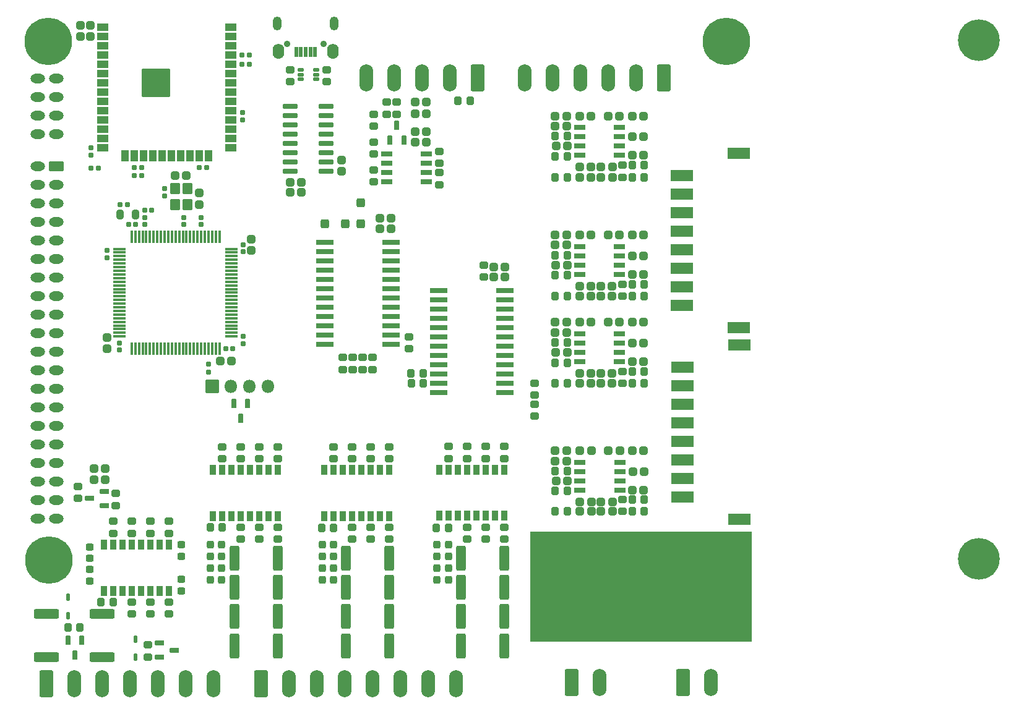
<source format=gbr>
%TF.GenerationSoftware,KiCad,Pcbnew,8.0.4*%
%TF.CreationDate,2024-10-07T12:30:42+07:00*%
%TF.ProjectId,System_Control,53797374-656d-45f4-936f-6e74726f6c2e,rev?*%
%TF.SameCoordinates,Original*%
%TF.FileFunction,Soldermask,Top*%
%TF.FilePolarity,Negative*%
%FSLAX46Y46*%
G04 Gerber Fmt 4.6, Leading zero omitted, Abs format (unit mm)*
G04 Created by KiCad (PCBNEW 8.0.4) date 2024-10-07 12:30:42*
%MOMM*%
%LPD*%
G01*
G04 APERTURE LIST*
G04 Aperture macros list*
%AMRoundRect*
0 Rectangle with rounded corners*
0 $1 Rounding radius*
0 $2 $3 $4 $5 $6 $7 $8 $9 X,Y pos of 4 corners*
0 Add a 4 corners polygon primitive as box body*
4,1,4,$2,$3,$4,$5,$6,$7,$8,$9,$2,$3,0*
0 Add four circle primitives for the rounded corners*
1,1,$1+$1,$2,$3*
1,1,$1+$1,$4,$5*
1,1,$1+$1,$6,$7*
1,1,$1+$1,$8,$9*
0 Add four rect primitives between the rounded corners*
20,1,$1+$1,$2,$3,$4,$5,0*
20,1,$1+$1,$4,$5,$6,$7,0*
20,1,$1+$1,$6,$7,$8,$9,0*
20,1,$1+$1,$8,$9,$2,$3,0*%
G04 Aperture macros list end*
%ADD10C,0.025400*%
%ADD11RoundRect,0.251000X-0.326000X0.251000X-0.326000X-0.251000X0.326000X-0.251000X0.326000X0.251000X0*%
%ADD12RoundRect,0.276000X0.276000X0.301000X-0.276000X0.301000X-0.276000X-0.301000X0.276000X-0.301000X0*%
%ADD13RoundRect,0.251000X0.251000X0.326000X-0.251000X0.326000X-0.251000X-0.326000X0.251000X-0.326000X0*%
%ADD14RoundRect,0.244150X0.244150X0.281650X-0.244150X0.281650X-0.244150X-0.281650X0.244150X-0.281650X0*%
%ADD15RoundRect,0.165400X-0.195400X0.165400X-0.195400X-0.165400X0.195400X-0.165400X0.195400X0.165400X0*%
%ADD16RoundRect,0.160400X-0.160400X-0.210400X0.160400X-0.210400X0.160400X0.210400X-0.160400X0.210400X0*%
%ADD17RoundRect,0.276000X-0.276000X-0.301000X0.276000X-0.301000X0.276000X0.301000X-0.276000X0.301000X0*%
%ADD18RoundRect,0.276000X-0.301000X0.276000X-0.301000X-0.276000X0.301000X-0.276000X0.301000X0.276000X0*%
%ADD19RoundRect,0.251000X-0.251000X-0.326000X0.251000X-0.326000X0.251000X0.326000X-0.251000X0.326000X0*%
%ADD20RoundRect,0.276000X0.301000X-0.276000X0.301000X0.276000X-0.301000X0.276000X-0.301000X-0.276000X0*%
%ADD21RoundRect,0.050800X-0.730250X-0.266700X0.730250X-0.266700X0.730250X0.266700X-0.730250X0.266700X0*%
%ADD22O,0.901600X0.901600*%
%ADD23RoundRect,0.050800X0.225000X0.650000X-0.225000X0.650000X-0.225000X-0.650000X0.225000X-0.650000X0*%
%ADD24O,1.251600X1.901600*%
%ADD25O,1.551600X2.101600*%
%ADD26RoundRect,0.050800X1.500000X-0.700000X1.500000X0.700000X-1.500000X0.700000X-1.500000X-0.700000X0*%
%ADD27RoundRect,0.050800X1.500000X-0.750000X1.500000X0.750000X-1.500000X0.750000X-1.500000X-0.750000X0*%
%ADD28RoundRect,0.244150X-0.281650X0.244150X-0.281650X-0.244150X0.281650X-0.244150X0.281650X0.244150X0*%
%ADD29RoundRect,0.165400X-0.165400X-0.195400X0.165400X-0.195400X0.165400X0.195400X-0.165400X0.195400X0*%
%ADD30RoundRect,0.251000X0.326000X-0.251000X0.326000X0.251000X-0.326000X0.251000X-0.326000X-0.251000X0*%
%ADD31RoundRect,0.100400X-0.100400X0.750400X-0.100400X-0.750400X0.100400X-0.750400X0.100400X0.750400X0*%
%ADD32RoundRect,0.100400X-0.750400X0.100400X-0.750400X-0.100400X0.750400X-0.100400X0.750400X0.100400X0*%
%ADD33RoundRect,0.273091X-0.327709X-0.327709X0.327709X-0.327709X0.327709X0.327709X-0.327709X0.327709X0*%
%ADD34RoundRect,0.270735X-0.392565X-1.455065X0.392565X-1.455065X0.392565X1.455065X-0.392565X1.455065X0*%
%ADD35RoundRect,0.160400X0.210400X-0.160400X0.210400X0.160400X-0.210400X0.160400X-0.210400X-0.160400X0*%
%ADD36RoundRect,0.165400X0.195400X-0.165400X0.195400X0.165400X-0.195400X0.165400X-0.195400X-0.165400X0*%
%ADD37RoundRect,0.264111X0.686689X1.586689X-0.686689X1.586689X-0.686689X-1.586689X0.686689X-1.586689X0*%
%ADD38O,1.901600X3.701600*%
%ADD39RoundRect,0.050800X0.177800X0.457200X-0.177800X0.457200X-0.177800X-0.457200X0.177800X-0.457200X0*%
%ADD40RoundRect,0.050800X-0.368300X-0.177800X0.368300X-0.177800X0.368300X0.177800X-0.368300X0.177800X0*%
%ADD41RoundRect,0.050800X-0.406400X0.596900X-0.406400X-0.596900X0.406400X-0.596900X0.406400X0.596900X0*%
%ADD42RoundRect,0.244150X0.281650X-0.244150X0.281650X0.244150X-0.281650X0.244150X-0.281650X-0.244150X0*%
%ADD43RoundRect,0.160400X-0.210400X0.160400X-0.210400X-0.160400X0.210400X-0.160400X0.210400X0.160400X0*%
%ADD44RoundRect,0.264111X-0.686689X-1.586689X0.686689X-1.586689X0.686689X1.586689X-0.686689X1.586689X0*%
%ADD45C,0.901600*%
%ADD46C,6.501600*%
%ADD47RoundRect,0.050800X-0.750000X-0.450000X0.750000X-0.450000X0.750000X0.450000X-0.750000X0.450000X0*%
%ADD48RoundRect,0.050800X0.450000X-0.750000X0.450000X0.750000X-0.450000X0.750000X-0.450000X-0.750000X0*%
%ADD49C,0.701600*%
%ADD50RoundRect,0.050800X-1.900000X-1.900000X1.900000X-1.900000X1.900000X1.900000X-1.900000X1.900000X0*%
%ADD51RoundRect,0.050800X-0.266700X-0.584200X0.266700X-0.584200X0.266700X0.584200X-0.266700X0.584200X0*%
%ADD52RoundRect,0.050800X-0.584200X0.266700X-0.584200X-0.266700X0.584200X-0.266700X0.584200X0.266700X0*%
%ADD53RoundRect,0.050800X-0.600000X0.700000X-0.600000X-0.700000X0.600000X-0.700000X0.600000X0.700000X0*%
%ADD54RoundRect,0.165400X0.165400X0.195400X-0.165400X0.195400X-0.165400X-0.195400X0.165400X-0.195400X0*%
%ADD55RoundRect,0.050800X-1.155700X-0.279400X1.155700X-0.279400X1.155700X0.279400X-1.155700X0.279400X0*%
%ADD56RoundRect,0.270735X-1.455065X0.392565X-1.455065X-0.392565X1.455065X-0.392565X1.455065X0.392565X0*%
%ADD57RoundRect,0.160400X0.160400X0.210400X-0.160400X0.210400X-0.160400X-0.210400X0.160400X-0.210400X0*%
%ADD58RoundRect,0.050800X0.266700X0.584200X-0.266700X0.584200X-0.266700X-0.584200X0.266700X-0.584200X0*%
%ADD59RoundRect,0.273091X-0.327709X0.327709X-0.327709X-0.327709X0.327709X-0.327709X0.327709X0.327709X0*%
%ADD60RoundRect,0.244150X-0.244150X-0.406650X0.244150X-0.406650X0.244150X0.406650X-0.244150X0.406650X0*%
%ADD61RoundRect,0.050800X0.584200X-0.266700X0.584200X0.266700X-0.584200X0.266700X-0.584200X-0.266700X0*%
%ADD62RoundRect,0.175400X0.850400X0.175400X-0.850400X0.175400X-0.850400X-0.175400X0.850400X-0.175400X0*%
%ADD63C,3.701600*%
%ADD64C,5.701600*%
%ADD65RoundRect,0.050800X0.950000X0.600000X-0.950000X0.600000X-0.950000X-0.600000X0.950000X-0.600000X0*%
%ADD66O,2.001600X1.301600*%
%ADD67RoundRect,0.050800X-0.850000X0.850000X-0.850000X-0.850000X0.850000X-0.850000X0.850000X0.850000X0*%
%ADD68O,1.801600X1.801600*%
G04 APERTURE END LIST*
D10*
X221610200Y-160232200D02*
X251824800Y-160232200D01*
X251824800Y-175232200D01*
X221610200Y-175232200D01*
X221610200Y-160232200D01*
G36*
X221610200Y-160232200D02*
G01*
X251824800Y-160232200D01*
X251824800Y-175232200D01*
X221610200Y-175232200D01*
X221610200Y-160232200D01*
G37*
D11*
%TO.C,R172*%
X169588600Y-169879400D03*
X169588600Y-171529400D03*
%TD*%
D12*
%TO.C,C75*%
X229941700Y-157496000D03*
X228391700Y-157496000D03*
%TD*%
D11*
%TO.C,R177*%
X202317400Y-159643200D03*
X202317400Y-161293200D03*
%TD*%
D13*
%TO.C,R127*%
X210393600Y-159731200D03*
X208743600Y-159731200D03*
%TD*%
%TO.C,R128*%
X179457400Y-159643200D03*
X177807400Y-159643200D03*
%TD*%
D11*
%TO.C,R120*%
X215473600Y-148600600D03*
X215473600Y-150250600D03*
%TD*%
D14*
%TO.C,D17*%
X179382400Y-163650198D03*
X177807400Y-163650198D03*
%TD*%
D15*
%TO.C,C28*%
X168806600Y-117214200D03*
X168806600Y-118174200D03*
%TD*%
D12*
%TO.C,C95*%
X226551200Y-132959600D03*
X225001200Y-132959600D03*
%TD*%
D11*
%TO.C,R125*%
X181997400Y-148619600D03*
X181997400Y-150269600D03*
%TD*%
D13*
%TO.C,R168*%
X159964399Y-173371000D03*
X158314399Y-173371000D03*
%TD*%
D11*
%TO.C,R85*%
X234188950Y-110049800D03*
X234188950Y-111699800D03*
%TD*%
D16*
%TO.C,R11*%
X182150300Y-96282000D03*
X183170300Y-96282000D03*
%TD*%
D11*
%TO.C,R126*%
X179457400Y-148619600D03*
X179457400Y-150269600D03*
%TD*%
D17*
%TO.C,C155*%
X200995400Y-117350400D03*
X202545400Y-117350400D03*
%TD*%
D13*
%TO.C,R55*%
X237191200Y-126356600D03*
X235541200Y-126356600D03*
%TD*%
%TO.C,R68*%
X226656950Y-111699800D03*
X225006950Y-111699800D03*
%TD*%
D12*
%TO.C,C91*%
X226551200Y-131537200D03*
X225001200Y-131537200D03*
%TD*%
D17*
%TO.C,C40*%
X205828350Y-105451400D03*
X207378350Y-105451400D03*
%TD*%
D12*
%TO.C,C63*%
X229941700Y-149139400D03*
X228391700Y-149139400D03*
%TD*%
D11*
%TO.C,R166*%
X167048600Y-169879400D03*
X167048600Y-171529400D03*
%TD*%
D13*
%TO.C,R77*%
X237191200Y-138320000D03*
X235541200Y-138320000D03*
%TD*%
D18*
%TO.C,C13*%
X195738800Y-109380600D03*
X195738800Y-110930600D03*
%TD*%
D19*
%TO.C,R65*%
X225001200Y-137111600D03*
X226651200Y-137111600D03*
%TD*%
D14*
%TO.C,D38*%
X194697400Y-165244664D03*
X193122400Y-165244664D03*
%TD*%
D12*
%TO.C,C128*%
X229927800Y-110328200D03*
X228377800Y-110328200D03*
%TD*%
D20*
%TO.C,C18*%
X183394400Y-121724000D03*
X183394400Y-120174000D03*
%TD*%
D21*
%TO.C,U5*%
X201930050Y-108524800D03*
X201930050Y-109794800D03*
X201930050Y-111064800D03*
X201930050Y-112334800D03*
X207378350Y-112334800D03*
X207378350Y-111064800D03*
X207378350Y-109794800D03*
X207378350Y-108524800D03*
%TD*%
D11*
%TO.C,R133*%
X212933600Y-159624200D03*
X212933600Y-161274200D03*
%TD*%
D12*
%TO.C,C80*%
X229922050Y-126635000D03*
X228372050Y-126635000D03*
%TD*%
D22*
%TO.C,J2*%
X193350600Y-93444000D03*
X188350600Y-93444000D03*
D23*
X192150600Y-94544000D03*
X191500600Y-94544000D03*
X190850600Y-94544000D03*
X190200600Y-94544000D03*
X189550600Y-94544000D03*
D24*
X194725600Y-90694000D03*
D25*
X194575600Y-94494000D03*
X187125600Y-94494000D03*
D24*
X186975600Y-90694000D03*
%TD*%
D26*
%TO.C,J7*%
X250196400Y-158561400D03*
X250196400Y-134661400D03*
D27*
X242396400Y-137721400D03*
X242396400Y-140261400D03*
X242396400Y-142801400D03*
X242396400Y-145341400D03*
X242396400Y-147881400D03*
X242396400Y-150421400D03*
X242396400Y-152961400D03*
X242396400Y-155501400D03*
%TD*%
D28*
%TO.C,D43*%
X161346334Y-162340500D03*
X161346334Y-163915500D03*
%TD*%
D11*
%TO.C,R35*%
X200197400Y-110684800D03*
X200197400Y-112334800D03*
%TD*%
%TO.C,R145*%
X218013600Y-159624200D03*
X218013600Y-161274200D03*
%TD*%
D29*
%TO.C,C27*%
X166631300Y-118174200D03*
X167591300Y-118174200D03*
%TD*%
D14*
%TO.C,D13*%
X210393600Y-163649400D03*
X208818600Y-163649400D03*
%TD*%
D11*
%TO.C,R151*%
X202317400Y-148619600D03*
X202317400Y-150269600D03*
%TD*%
%TO.C,R140*%
X184537400Y-159643200D03*
X184537400Y-161293200D03*
%TD*%
D13*
%TO.C,R79*%
X237196950Y-110049800D03*
X235546950Y-110049800D03*
%TD*%
D30*
%TO.C,R191*%
X222192000Y-144452200D03*
X222192000Y-142802200D03*
%TD*%
D31*
%TO.C,U3*%
X179056600Y-119849000D03*
X178556600Y-119849000D03*
X178056600Y-119849000D03*
X177556600Y-119849000D03*
X177056600Y-119849000D03*
X176556600Y-119849000D03*
X176056600Y-119849000D03*
X175556600Y-119849000D03*
X175056600Y-119849000D03*
X174556600Y-119849000D03*
X174056600Y-119849000D03*
X173556600Y-119849000D03*
X173056600Y-119849000D03*
X172556600Y-119849000D03*
X172056600Y-119849000D03*
X171556600Y-119849000D03*
X171056600Y-119849000D03*
X170556600Y-119849000D03*
X170056600Y-119849000D03*
X169556600Y-119849000D03*
X169056600Y-119849000D03*
X168556600Y-119849000D03*
X168056600Y-119849000D03*
X167556600Y-119849000D03*
X167056600Y-119849000D03*
D32*
X165381600Y-121524000D03*
X165381600Y-122024000D03*
X165381600Y-122524000D03*
X165381600Y-123024000D03*
X165381600Y-123524000D03*
X165381600Y-124024000D03*
X165381600Y-124524000D03*
X165381600Y-125024000D03*
X165381600Y-125524000D03*
X165381600Y-126024000D03*
X165381600Y-126524000D03*
X165381600Y-127024000D03*
X165381600Y-127524000D03*
X165381600Y-128024000D03*
X165381600Y-128524000D03*
X165381600Y-129024000D03*
X165381600Y-129524000D03*
X165381600Y-130024000D03*
X165381600Y-130524000D03*
X165381600Y-131024000D03*
X165381600Y-131524000D03*
X165381600Y-132024000D03*
X165381600Y-132524000D03*
X165381600Y-133024000D03*
X165381600Y-133524000D03*
D31*
X167056600Y-135199000D03*
X167556600Y-135199000D03*
X168056600Y-135199000D03*
X168556600Y-135199000D03*
X169056600Y-135199000D03*
X169556600Y-135199000D03*
X170056600Y-135199000D03*
X170556600Y-135199000D03*
X171056600Y-135199000D03*
X171556600Y-135199000D03*
X172056600Y-135199000D03*
X172556600Y-135199000D03*
X173056600Y-135199000D03*
X173556600Y-135199000D03*
X174056600Y-135199000D03*
X174556600Y-135199000D03*
X175056600Y-135199000D03*
X175556600Y-135199000D03*
X176056600Y-135199000D03*
X176556600Y-135199000D03*
X177056600Y-135199000D03*
X177556600Y-135199000D03*
X178056600Y-135199000D03*
X178556600Y-135199000D03*
X179056600Y-135199000D03*
D32*
X180731600Y-133524000D03*
X180731600Y-133024000D03*
X180731600Y-132524000D03*
X180731600Y-132024000D03*
X180731600Y-131524000D03*
X180731600Y-131024000D03*
X180731600Y-130524000D03*
X180731600Y-130024000D03*
X180731600Y-129524000D03*
X180731600Y-129024000D03*
X180731600Y-128524000D03*
X180731600Y-128024000D03*
X180731600Y-127524000D03*
X180731600Y-127024000D03*
X180731600Y-126524000D03*
X180731600Y-126024000D03*
X180731600Y-125524000D03*
X180731600Y-125024000D03*
X180731600Y-124524000D03*
X180731600Y-124024000D03*
X180731600Y-123524000D03*
X180731600Y-123024000D03*
X180731600Y-122524000D03*
X180731600Y-122024000D03*
X180731600Y-121524000D03*
%TD*%
D12*
%TO.C,C120*%
X237096950Y-106188000D03*
X235546950Y-106188000D03*
%TD*%
D14*
%TO.C,D37*%
X194697400Y-163650198D03*
X193122400Y-163650198D03*
%TD*%
D11*
%TO.C,R165*%
X197237400Y-159643200D03*
X197237400Y-161293200D03*
%TD*%
D33*
%TO.C,D60*%
X193503000Y-118049800D03*
X196303000Y-118049800D03*
%TD*%
D20*
%TO.C,C31*%
X176257000Y-115432400D03*
X176257000Y-113882400D03*
%TD*%
D34*
%TO.C,R181*%
X196392400Y-163897598D03*
X202317400Y-163897598D03*
%TD*%
D11*
%TO.C,R146*%
X187077400Y-159643200D03*
X187077400Y-161293200D03*
%TD*%
D35*
%TO.C,R21*%
X171558000Y-114247200D03*
X171558000Y-113227200D03*
%TD*%
D30*
%TO.C,R31*%
X201922800Y-103089200D03*
X201922800Y-101439200D03*
%TD*%
D17*
%TO.C,C159*%
X216566200Y-124018800D03*
X218116200Y-124018800D03*
%TD*%
D34*
%TO.C,R175*%
X196392400Y-167885398D03*
X202317400Y-167885398D03*
%TD*%
D19*
%TO.C,R43*%
X225001200Y-125148200D03*
X226651200Y-125148200D03*
%TD*%
D36*
%TO.C,C19*%
X182276800Y-121894000D03*
X182276800Y-120934000D03*
%TD*%
D11*
%TO.C,R9*%
X193720400Y-96986200D03*
X193720400Y-98636200D03*
%TD*%
D13*
%TO.C,R66*%
X226651200Y-139970000D03*
X225001200Y-139970000D03*
%TD*%
D12*
%TO.C,C37*%
X163455400Y-151577800D03*
X161905400Y-151577800D03*
%TD*%
D37*
%TO.C,J3*%
X214421800Y-98141201D03*
D38*
X210611800Y-98141201D03*
X206801800Y-98141201D03*
X202991800Y-98141201D03*
X199181800Y-98141201D03*
%TD*%
D21*
%TO.C,U7*%
X228391700Y-150739600D03*
X228391700Y-152009600D03*
X228391700Y-153279600D03*
X228391700Y-154549600D03*
X233840000Y-154549600D03*
X233840000Y-153279600D03*
X233840000Y-152009600D03*
X233840000Y-150739600D03*
%TD*%
%TO.C,U12*%
X228377800Y-104918000D03*
X228377800Y-106188000D03*
X228377800Y-107458000D03*
X228377800Y-108728000D03*
X233826100Y-108728000D03*
X233826100Y-107458000D03*
X233826100Y-106188000D03*
X233826100Y-104918000D03*
%TD*%
D30*
%TO.C,R30*%
X159670200Y-155707799D03*
X159670200Y-154057799D03*
%TD*%
D17*
%TO.C,C156*%
X200995400Y-118747400D03*
X202545400Y-118747400D03*
%TD*%
D19*
%TO.C,R54*%
X235549050Y-157482400D03*
X237199050Y-157482400D03*
%TD*%
D14*
%TO.C,D19*%
X179382400Y-166843998D03*
X177807400Y-166843998D03*
%TD*%
D29*
%TO.C,C24*%
X168817400Y-116195600D03*
X169777400Y-116195600D03*
%TD*%
D39*
%TO.C,D57*%
X167544800Y-174945800D03*
X167544800Y-177435000D03*
%TD*%
D21*
%TO.C,U8*%
X228372050Y-121224800D03*
X228372050Y-122494800D03*
X228372050Y-123764800D03*
X228372050Y-125034800D03*
X233820350Y-125034800D03*
X233820350Y-123764800D03*
X233820350Y-122494800D03*
X233820350Y-121224800D03*
%TD*%
D37*
%TO.C,J1*%
X239872600Y-98129000D03*
D38*
X236062600Y-98129000D03*
X232252600Y-98129000D03*
X228442600Y-98129000D03*
X224632600Y-98129000D03*
X220822600Y-98129000D03*
%TD*%
D16*
%TO.C,R10*%
X182122900Y-95012000D03*
X183142900Y-95012000D03*
%TD*%
D19*
%TO.C,R56*%
X235541200Y-128006600D03*
X237191200Y-128006600D03*
%TD*%
D12*
%TO.C,C111*%
X229922050Y-131537200D03*
X228372050Y-131537200D03*
%TD*%
D13*
%TO.C,R49*%
X226651200Y-122381400D03*
X225001200Y-122381400D03*
%TD*%
D40*
%TO.C,D6*%
X190183200Y-96986200D03*
X190183200Y-97646600D03*
X190183200Y-98307000D03*
X192266000Y-98307000D03*
X192266000Y-97646600D03*
X192266000Y-96986200D03*
%TD*%
D12*
%TO.C,C127*%
X229922050Y-138598400D03*
X228372050Y-138598400D03*
%TD*%
D11*
%TO.C,R122*%
X210393600Y-148600600D03*
X210393600Y-150250600D03*
%TD*%
D21*
%TO.C,U11*%
X228372050Y-133188200D03*
X228372050Y-134458200D03*
X228372050Y-135728200D03*
X228372050Y-136998200D03*
X233820350Y-136998200D03*
X233820350Y-135728200D03*
X233820350Y-134458200D03*
X233820350Y-133188200D03*
%TD*%
D12*
%TO.C,C112*%
X229927800Y-103317800D03*
X228377800Y-103317800D03*
%TD*%
D41*
%TO.C,U17*%
X172128600Y-162042600D03*
X170858600Y-162042600D03*
X169588600Y-162042600D03*
X168318600Y-162042600D03*
X167048600Y-162042600D03*
X165778600Y-162042600D03*
X164508600Y-162042600D03*
X163238600Y-162042600D03*
X163238600Y-168342598D03*
X164508600Y-168342598D03*
X165778600Y-168342598D03*
X167048600Y-168342598D03*
X168318600Y-168342598D03*
X169588600Y-168342598D03*
X170858600Y-168342598D03*
X172128600Y-168342598D03*
%TD*%
D34*
%TO.C,R137*%
X212088600Y-171872400D03*
X218013600Y-171872400D03*
%TD*%
D12*
%TO.C,C84*%
X237091200Y-119599200D03*
X235541200Y-119599200D03*
%TD*%
%TO.C,C132*%
X237096950Y-103317800D03*
X235546950Y-103317800D03*
%TD*%
D17*
%TO.C,C104*%
X231266750Y-111699800D03*
X232816750Y-111699800D03*
%TD*%
D30*
%TO.C,R183*%
X197300000Y-138049600D03*
X197300000Y-136399600D03*
%TD*%
D14*
%TO.C,D16*%
X179382400Y-162068798D03*
X177807400Y-162068798D03*
%TD*%
D17*
%TO.C,C52*%
X231261000Y-126635000D03*
X232811000Y-126635000D03*
%TD*%
D20*
%TO.C,C30*%
X163658600Y-135197400D03*
X163658600Y-133647400D03*
%TD*%
D11*
%TO.C,R158*%
X164508600Y-158855800D03*
X164508600Y-160505800D03*
%TD*%
D12*
%TO.C,C29*%
X180732600Y-136922000D03*
X179182600Y-136922000D03*
%TD*%
D14*
%TO.C,D15*%
X210393600Y-166843200D03*
X208818600Y-166843200D03*
%TD*%
D13*
%TO.C,R159*%
X194697400Y-159731998D03*
X193047400Y-159731998D03*
%TD*%
D35*
%TO.C,R23*%
X161499600Y-108732000D03*
X161499600Y-107712000D03*
%TD*%
D19*
%TO.C,R78*%
X235541200Y-139970000D03*
X237191200Y-139970000D03*
%TD*%
D42*
%TO.C,D41*%
X173869400Y-168342598D03*
X173869400Y-166767598D03*
%TD*%
D43*
%TO.C,R25*%
X182226500Y-102882000D03*
X182226500Y-103902000D03*
%TD*%
D12*
%TO.C,C44*%
X226551200Y-119599200D03*
X225001200Y-119599200D03*
%TD*%
%TO.C,C79*%
X229941700Y-156149800D03*
X228391700Y-156149800D03*
%TD*%
D14*
%TO.C,D12*%
X210393600Y-162068000D03*
X208818600Y-162068000D03*
%TD*%
D13*
%TO.C,R42*%
X226670850Y-157496000D03*
X225020850Y-157496000D03*
%TD*%
D14*
%TO.C,D39*%
X194697400Y-166843998D03*
X193122400Y-166843998D03*
%TD*%
D44*
%TO.C,J9*%
X184785000Y-181051200D03*
D38*
X188595000Y-181051200D03*
X192405000Y-181051200D03*
X196215000Y-181051200D03*
X200025000Y-181051200D03*
X203835000Y-181051200D03*
X207645000Y-181051200D03*
X211455000Y-181051200D03*
%TD*%
D11*
%TO.C,R61*%
X234183200Y-126356600D03*
X234183200Y-128006600D03*
%TD*%
D14*
%TO.C,D18*%
X179382400Y-165244664D03*
X177807400Y-165244664D03*
%TD*%
D26*
%TO.C,J8*%
X250109800Y-132336600D03*
X250109800Y-108436600D03*
D27*
X242309800Y-111496600D03*
X242309800Y-114036600D03*
X242309800Y-116576600D03*
X242309800Y-119116600D03*
X242309800Y-121656600D03*
X242309800Y-124196600D03*
X242309800Y-126736600D03*
X242309800Y-129276600D03*
%TD*%
D45*
%TO.C,H1*%
X246005400Y-93116600D03*
X246708344Y-91419544D03*
X246708344Y-94813656D03*
X248405400Y-90716600D03*
D46*
X248405400Y-93116600D03*
D45*
X248405400Y-95516600D03*
X250102456Y-91419544D03*
X250102456Y-94813656D03*
X250805400Y-93116600D03*
%TD*%
D12*
%TO.C,C43*%
X226570450Y-149139400D03*
X225020450Y-149139400D03*
%TD*%
%TO.C,C116*%
X237096950Y-108728000D03*
X235546950Y-108728000D03*
%TD*%
D11*
%TO.C,R178*%
X172128600Y-169879400D03*
X172128600Y-171529400D03*
%TD*%
D35*
%TO.C,R203*%
X177556600Y-138371800D03*
X177556600Y-137351800D03*
%TD*%
D41*
%TO.C,U15*%
X187077400Y-151806400D03*
X185807400Y-151806400D03*
X184537400Y-151806400D03*
X183267400Y-151806400D03*
X181997400Y-151806400D03*
X180727400Y-151806400D03*
X179457400Y-151806400D03*
X178187400Y-151806400D03*
X178187400Y-158106398D03*
X179457400Y-158106398D03*
X180727400Y-158106398D03*
X181997400Y-158106398D03*
X183267400Y-158106398D03*
X184537400Y-158106398D03*
X185807400Y-158106398D03*
X187077400Y-158106398D03*
%TD*%
D12*
%TO.C,C96*%
X226556950Y-104689400D03*
X225006950Y-104689400D03*
%TD*%
%TO.C,C124*%
X229927800Y-111699800D03*
X228377800Y-111699800D03*
%TD*%
D34*
%TO.C,R144*%
X181152400Y-167885398D03*
X187077400Y-167885398D03*
%TD*%
D12*
%TO.C,C119*%
X237091200Y-134458200D03*
X235541200Y-134458200D03*
%TD*%
D30*
%TO.C,R190*%
X222166600Y-141569200D03*
X222166600Y-139919200D03*
%TD*%
D19*
%TO.C,R80*%
X235546950Y-111699800D03*
X237196950Y-111699800D03*
%TD*%
D17*
%TO.C,C100*%
X231266750Y-110328200D03*
X232816750Y-110328200D03*
%TD*%
D12*
%TO.C,C71*%
X237199450Y-152009600D03*
X235649450Y-152009600D03*
%TD*%
%TO.C,C68*%
X237091200Y-125034800D03*
X235541200Y-125034800D03*
%TD*%
%TO.C,C76*%
X229922050Y-128006600D03*
X228372050Y-128006600D03*
%TD*%
D47*
%TO.C,U1*%
X163100300Y-91202000D03*
X163100300Y-92472000D03*
X163100300Y-93742000D03*
X163100300Y-95012000D03*
X163100300Y-96282000D03*
X163100300Y-97552000D03*
X163100300Y-98822000D03*
X163100300Y-100092000D03*
X163100300Y-101362000D03*
X163100300Y-102632000D03*
X163100300Y-103902000D03*
X163100300Y-105172000D03*
X163100300Y-106442000D03*
X163100300Y-107712000D03*
D48*
X166135300Y-108807000D03*
X167405300Y-108807000D03*
X168675300Y-108807000D03*
X169945300Y-108807000D03*
X171215300Y-108807000D03*
X172485300Y-108807000D03*
X173755300Y-108807000D03*
X175025300Y-108807000D03*
X176295300Y-108807000D03*
X177565300Y-108807000D03*
D47*
X180600300Y-107712000D03*
X180600300Y-106442000D03*
X180600300Y-105172000D03*
X180600300Y-103902000D03*
X180600300Y-102632000D03*
X180600300Y-101362000D03*
X180600300Y-100092000D03*
X180600300Y-98822000D03*
X180600300Y-97552000D03*
X180600300Y-96282000D03*
X180600300Y-95012000D03*
X180600300Y-93742000D03*
X180600300Y-92472000D03*
X180600300Y-91202000D03*
D49*
X168950300Y-98067000D03*
X168950300Y-99467000D03*
X169650300Y-97367000D03*
X169650300Y-98767000D03*
X169650300Y-100167000D03*
X170350300Y-98067000D03*
D50*
X170350300Y-98767000D03*
D49*
X170350300Y-99467000D03*
X171050300Y-97367000D03*
X171050300Y-98767000D03*
X171050300Y-100167000D03*
X171750300Y-98067000D03*
X171750300Y-99467000D03*
%TD*%
D51*
%TO.C,Q4*%
X202383399Y-106654400D03*
X204283401Y-106654400D03*
X203333400Y-104622400D03*
%TD*%
D11*
%TO.C,R153*%
X197237400Y-148619600D03*
X197237400Y-150269600D03*
%TD*%
D12*
%TO.C,C131*%
X237091200Y-131537200D03*
X235541200Y-131537200D03*
%TD*%
D30*
%TO.C,R37*%
X209118550Y-109794800D03*
X209118550Y-108144800D03*
%TD*%
D17*
%TO.C,C135*%
X232270350Y-131537200D03*
X233820350Y-131537200D03*
%TD*%
D12*
%TO.C,C47*%
X226570450Y-150561400D03*
X225020450Y-150561400D03*
%TD*%
D42*
%TO.C,D42*%
X161346334Y-167021200D03*
X161346334Y-165446200D03*
%TD*%
D16*
%TO.C,R19*%
X167405300Y-111471200D03*
X168425300Y-111471200D03*
%TD*%
D12*
%TO.C,C64*%
X229928400Y-119599200D03*
X228378400Y-119599200D03*
%TD*%
D52*
%TO.C,Q20*%
X170858600Y-175534998D03*
X170858600Y-177435000D03*
X172890600Y-176484999D03*
%TD*%
D34*
%TO.C,R131*%
X212088600Y-175911000D03*
X218013600Y-175911000D03*
%TD*%
D11*
%TO.C,R33*%
X200197400Y-103089200D03*
X200197400Y-104739200D03*
%TD*%
%TO.C,R121*%
X212933600Y-148600600D03*
X212933600Y-150250600D03*
%TD*%
D30*
%TO.C,R185*%
X198672000Y-138049600D03*
X198672000Y-136399600D03*
%TD*%
D39*
%TO.C,D49*%
X158314399Y-169256200D03*
X158314399Y-171745400D03*
%TD*%
D53*
%TO.C,Y1*%
X172956800Y-113227200D03*
X172956800Y-115427200D03*
X174656800Y-115427200D03*
X174656800Y-113227200D03*
%TD*%
D17*
%TO.C,C87*%
X232290000Y-149139400D03*
X233840000Y-149139400D03*
%TD*%
D19*
%TO.C,R188*%
X205290200Y-138598400D03*
X206940200Y-138598400D03*
%TD*%
D11*
%TO.C,R155*%
X172128600Y-158855800D03*
X172128600Y-160505800D03*
%TD*%
%TO.C,R32*%
X203333400Y-101439200D03*
X203333400Y-103089200D03*
%TD*%
%TO.C,R34*%
X200197400Y-106874800D03*
X200197400Y-108524800D03*
%TD*%
D36*
%TO.C,C20*%
X165381600Y-135367400D03*
X165381600Y-134407400D03*
%TD*%
D17*
%TO.C,C107*%
X225101200Y-135728200D03*
X226651200Y-135728200D03*
%TD*%
D44*
%TO.C,J4*%
X242474800Y-180889400D03*
D38*
X246284800Y-180889400D03*
%TD*%
D54*
%TO.C,C25*%
X166447400Y-115433600D03*
X165487400Y-115433600D03*
%TD*%
D14*
%TO.C,D14*%
X210393600Y-165243866D03*
X208818600Y-165243866D03*
%TD*%
D13*
%TO.C,R73*%
X226656950Y-106074600D03*
X225006950Y-106074600D03*
%TD*%
D11*
%TO.C,R84*%
X234183200Y-138320000D03*
X234183200Y-139970000D03*
%TD*%
%TO.C,R124*%
X184537400Y-148619600D03*
X184537400Y-150269600D03*
%TD*%
D12*
%TO.C,C83*%
X237110850Y-149139400D03*
X235560850Y-149139400D03*
%TD*%
D19*
%TO.C,R189*%
X205315600Y-139944600D03*
X206965600Y-139944600D03*
%TD*%
D11*
%TO.C,R123*%
X187077400Y-148619600D03*
X187077400Y-150269600D03*
%TD*%
D13*
%TO.C,R53*%
X237210850Y-155846000D03*
X235560850Y-155846000D03*
%TD*%
D11*
%TO.C,R38*%
X209118550Y-111064800D03*
X209118550Y-112714800D03*
%TD*%
D15*
%TO.C,C23*%
X174216600Y-117214200D03*
X174216600Y-118174200D03*
%TD*%
D11*
%TO.C,R154*%
X194697400Y-148619600D03*
X194697400Y-150269600D03*
%TD*%
D13*
%TO.C,R36*%
X213352800Y-101274000D03*
X211702800Y-101274000D03*
%TD*%
D12*
%TO.C,C48*%
X226551200Y-120996200D03*
X225001200Y-120996200D03*
%TD*%
D34*
%TO.C,R132*%
X181152400Y-175911798D03*
X187077400Y-175911798D03*
%TD*%
D55*
%TO.C,U18*%
X193503000Y-120601600D03*
X193503000Y-121871600D03*
X193503000Y-123141600D03*
X193503000Y-124411600D03*
X193503000Y-125681600D03*
X193503000Y-126951600D03*
X193503000Y-128221600D03*
X193503000Y-129491600D03*
X193503000Y-130761600D03*
X193503000Y-132031600D03*
X193503000Y-133301600D03*
X193503000Y-134571600D03*
X202545400Y-134571600D03*
X202545400Y-133301600D03*
X202545400Y-132031600D03*
X202545400Y-130761600D03*
X202545400Y-129491600D03*
X202545400Y-128221600D03*
X202545400Y-126951600D03*
X202545400Y-125681600D03*
X202545400Y-124411600D03*
X202545400Y-123141600D03*
X202545400Y-121871600D03*
X202545400Y-120601600D03*
%TD*%
D56*
%TO.C,R164*%
X155346400Y-171510000D03*
X155346400Y-177435000D03*
%TD*%
D11*
%TO.C,R152*%
X199777400Y-148619600D03*
X199777400Y-150269600D03*
%TD*%
D30*
%TO.C,R186*%
X200043200Y-138049600D03*
X200043200Y-136399600D03*
%TD*%
D11*
%TO.C,R29*%
X164904400Y-155007800D03*
X164904400Y-156657800D03*
%TD*%
%TO.C,R139*%
X215473600Y-159624200D03*
X215473600Y-161274200D03*
%TD*%
D34*
%TO.C,R138*%
X181152400Y-171873198D03*
X187077400Y-171873198D03*
%TD*%
D13*
%TO.C,R72*%
X226651200Y-134344800D03*
X225001200Y-134344800D03*
%TD*%
D18*
%TO.C,C12*%
X160012500Y-90922000D03*
X160012500Y-92472000D03*
%TD*%
D17*
%TO.C,C88*%
X232270350Y-119599200D03*
X233820350Y-119599200D03*
%TD*%
D11*
%TO.C,R8*%
X188728400Y-96986200D03*
X188728400Y-98636200D03*
%TD*%
D17*
%TO.C,C60*%
X225101200Y-123764800D03*
X226651200Y-123764800D03*
%TD*%
D12*
%TO.C,C92*%
X226556950Y-103317800D03*
X225006950Y-103317800D03*
%TD*%
D17*
%TO.C,C108*%
X225106950Y-107458000D03*
X226656950Y-107458000D03*
%TD*%
D11*
%TO.C,R119*%
X218013600Y-148600600D03*
X218013600Y-150250600D03*
%TD*%
%TO.C,R157*%
X167048600Y-158855800D03*
X167048600Y-160505800D03*
%TD*%
D17*
%TO.C,C103*%
X231261000Y-139970000D03*
X232811000Y-139970000D03*
%TD*%
D57*
%TO.C,R20*%
X162519600Y-110429800D03*
X161499600Y-110429800D03*
%TD*%
D30*
%TO.C,R187*%
X205021600Y-135232000D03*
X205021600Y-133582000D03*
%TD*%
D11*
%TO.C,R171*%
X199777400Y-159643200D03*
X199777400Y-161293200D03*
%TD*%
D13*
%TO.C,R48*%
X226670850Y-151933000D03*
X225020850Y-151933000D03*
%TD*%
D11*
%TO.C,R180*%
X169272000Y-175785000D03*
X169272000Y-177435000D03*
%TD*%
D12*
%TO.C,C14*%
X190292400Y-113775400D03*
X188742400Y-113775400D03*
%TD*%
D15*
%TO.C,C22*%
X176556600Y-117214200D03*
X176556600Y-118174200D03*
%TD*%
D13*
%TO.C,R44*%
X226651200Y-128006600D03*
X225001200Y-128006600D03*
%TD*%
D17*
%TO.C,C41*%
X205828350Y-106899200D03*
X207378350Y-106899200D03*
%TD*%
D18*
%TO.C,C11*%
X161358700Y-90922000D03*
X161358700Y-92472000D03*
%TD*%
D58*
%TO.C,D63*%
X182896601Y-142764000D03*
X180996599Y-142764000D03*
X181946600Y-144796000D03*
%TD*%
D15*
%TO.C,C26*%
X163658600Y-121760800D03*
X163658600Y-122720800D03*
%TD*%
D34*
%TO.C,R149*%
X212088600Y-163896800D03*
X218013600Y-163896800D03*
%TD*%
D12*
%TO.C,C72*%
X237091200Y-122494800D03*
X235541200Y-122494800D03*
%TD*%
D44*
%TO.C,J10*%
X155346400Y-181051200D03*
D38*
X159156400Y-181051200D03*
X162966400Y-181051200D03*
X166776400Y-181051200D03*
X170586400Y-181051200D03*
X174396400Y-181051200D03*
X178206400Y-181051200D03*
%TD*%
D20*
%TO.C,C38*%
X207378350Y-102989200D03*
X207378350Y-101439200D03*
%TD*%
D17*
%TO.C,C136*%
X232276100Y-103317800D03*
X233826100Y-103317800D03*
%TD*%
D11*
%TO.C,R60*%
X234202850Y-155846000D03*
X234202850Y-157496000D03*
%TD*%
D13*
%TO.C,R160*%
X164508600Y-169879400D03*
X162858600Y-169879400D03*
%TD*%
D34*
%TO.C,R150*%
X181152400Y-163897598D03*
X187077400Y-163897598D03*
%TD*%
D59*
%TO.C,D61*%
X198380400Y-115249800D03*
X198380400Y-118049800D03*
%TD*%
D19*
%TO.C,R67*%
X225006950Y-108841400D03*
X226656950Y-108841400D03*
%TD*%
D12*
%TO.C,C115*%
X237091200Y-136998200D03*
X235541200Y-136998200D03*
%TD*%
D28*
%TO.C,D40*%
X173869400Y-162042600D03*
X173869400Y-163617600D03*
%TD*%
D17*
%TO.C,C56*%
X231261000Y-128006600D03*
X232811000Y-128006600D03*
%TD*%
D60*
%TO.C,FB1*%
X165466300Y-116805200D03*
X167591300Y-116805200D03*
%TD*%
D44*
%TO.C,J6*%
X227260200Y-180889400D03*
D38*
X231070200Y-180889400D03*
%TD*%
D34*
%TO.C,R143*%
X212089401Y-167884600D03*
X218014401Y-167884600D03*
%TD*%
D55*
%TO.C,U19*%
X209073800Y-127219200D03*
X209073800Y-128489200D03*
X209073800Y-129759200D03*
X209073800Y-131029200D03*
X209073800Y-132299200D03*
X209073800Y-133569200D03*
X209073800Y-134839200D03*
X209073800Y-136109200D03*
X209073800Y-137379200D03*
X209073800Y-138649200D03*
X209073800Y-139919200D03*
X209073800Y-141189200D03*
X218116200Y-141189200D03*
X218116200Y-139919200D03*
X218116200Y-138649200D03*
X218116200Y-137379200D03*
X218116200Y-136109200D03*
X218116200Y-134839200D03*
X218116200Y-133569200D03*
X218116200Y-132299200D03*
X218116200Y-131029200D03*
X218116200Y-129759200D03*
X218116200Y-128489200D03*
X218116200Y-127219200D03*
%TD*%
D11*
%TO.C,R192*%
X215220600Y-123740400D03*
X215220600Y-125390400D03*
%TD*%
D34*
%TO.C,R169*%
X196392400Y-171873198D03*
X202317400Y-171873198D03*
%TD*%
D57*
%TO.C,R22*%
X168425300Y-110404400D03*
X167405300Y-110404400D03*
%TD*%
D54*
%TO.C,C21*%
X180902600Y-135199000D03*
X179942600Y-135199000D03*
%TD*%
D58*
%TO.C,Q16*%
X160214401Y-175123600D03*
X158314399Y-175123600D03*
X159264400Y-177155600D03*
%TD*%
D17*
%TO.C,C51*%
X231280650Y-157496000D03*
X232830650Y-157496000D03*
%TD*%
D12*
%TO.C,C36*%
X163455400Y-153127200D03*
X161905400Y-153127200D03*
%TD*%
D35*
%TO.C,R204*%
X182327600Y-134544000D03*
X182327600Y-133524000D03*
%TD*%
D17*
%TO.C,C55*%
X231280650Y-156149800D03*
X232830650Y-156149800D03*
%TD*%
D41*
%TO.C,U16*%
X202317400Y-151806400D03*
X201047400Y-151806400D03*
X199777400Y-151806400D03*
X198507400Y-151806400D03*
X197237400Y-151806400D03*
X195967400Y-151806400D03*
X194697400Y-151806400D03*
X193427400Y-151806400D03*
X193427400Y-158106398D03*
X194697400Y-158106398D03*
X195967400Y-158106398D03*
X197237400Y-158106398D03*
X198507400Y-158106398D03*
X199777400Y-158106398D03*
X201047400Y-158106398D03*
X202317400Y-158106398D03*
%TD*%
D17*
%TO.C,C32*%
X172957400Y-111522000D03*
X174507400Y-111522000D03*
%TD*%
D57*
%TO.C,R24*%
X177315300Y-110404400D03*
X176295300Y-110404400D03*
%TD*%
D11*
%TO.C,R156*%
X169588600Y-158855800D03*
X169588600Y-160505800D03*
%TD*%
D61*
%TO.C,Q3*%
X163316000Y-156657800D03*
X163316000Y-154757798D03*
X161284000Y-155707799D03*
%TD*%
D56*
%TO.C,R176*%
X162966400Y-171510000D03*
X162966400Y-177435000D03*
%TD*%
D14*
%TO.C,D36*%
X194697400Y-162068798D03*
X193122400Y-162068798D03*
%TD*%
D17*
%TO.C,C59*%
X225120850Y-153279600D03*
X226670850Y-153279600D03*
%TD*%
D20*
%TO.C,C39*%
X205828350Y-102989200D03*
X205828350Y-101439200D03*
%TD*%
D62*
%TO.C,U2*%
X193692400Y-110930600D03*
X193692400Y-109660600D03*
X193692400Y-108390600D03*
X193692400Y-107120600D03*
X193692400Y-105850600D03*
X193692400Y-104580600D03*
X193692400Y-103310600D03*
X193692400Y-102040600D03*
X188742400Y-102040600D03*
X188742400Y-103310600D03*
X188742400Y-104580600D03*
X188742400Y-105850600D03*
X188742400Y-107120600D03*
X188742400Y-108390600D03*
X188742400Y-109660600D03*
X188742400Y-110930600D03*
%TD*%
D41*
%TO.C,U14*%
X218013600Y-151787400D03*
X216743600Y-151787400D03*
X215473600Y-151787400D03*
X214203600Y-151787400D03*
X212933600Y-151787400D03*
X211663600Y-151787400D03*
X210393600Y-151787400D03*
X209123600Y-151787400D03*
X209123600Y-158087398D03*
X210393600Y-158087398D03*
X211663600Y-158087398D03*
X212933600Y-158087398D03*
X214203600Y-158087398D03*
X215473600Y-158087398D03*
X216743600Y-158087398D03*
X218013600Y-158087398D03*
%TD*%
D12*
%TO.C,C123*%
X229922050Y-139970000D03*
X228372050Y-139970000D03*
%TD*%
D63*
%TO.C,U4*%
X282979800Y-92986600D03*
D64*
X282979800Y-92986600D03*
D63*
X282979800Y-163986600D03*
D64*
X282979800Y-163986600D03*
D45*
X153221800Y-93116600D03*
X153321800Y-164116600D03*
X153924744Y-91419544D03*
X153924744Y-94813656D03*
X154024744Y-162419544D03*
X154024744Y-165813656D03*
X155621800Y-90716600D03*
D46*
X155621800Y-93116600D03*
D45*
X155621800Y-95516600D03*
X155721800Y-161716600D03*
D46*
X155721800Y-164116600D03*
D45*
X155721800Y-166516600D03*
D65*
X156749800Y-110226600D03*
D45*
X157318856Y-91419544D03*
X157318856Y-94813656D03*
X157418856Y-162419544D03*
X157418856Y-165813656D03*
X158021800Y-93116600D03*
X158121800Y-164116600D03*
D66*
X156749800Y-98186600D03*
X154209800Y-110226600D03*
X154209800Y-98186600D03*
X156749800Y-112766600D03*
X156749800Y-100726600D03*
X154209800Y-112766600D03*
X154209800Y-100726600D03*
X156749800Y-115306600D03*
X156749800Y-103266600D03*
X154209800Y-115306600D03*
X154209800Y-103266600D03*
X156749800Y-117846600D03*
X156749800Y-105806600D03*
X154209800Y-117846600D03*
X154209800Y-105806600D03*
X156749800Y-120386600D03*
X154209800Y-120386600D03*
X156749800Y-122926600D03*
X154209800Y-122926600D03*
X156749800Y-125466600D03*
X154209800Y-125466600D03*
X156749800Y-128006600D03*
X154209800Y-128006600D03*
X156749800Y-130546600D03*
X154209800Y-130546600D03*
X156749800Y-133086600D03*
X154209800Y-133086600D03*
X156749800Y-135626600D03*
X154209800Y-135626600D03*
X156749800Y-138166600D03*
X154209800Y-138166600D03*
X156749800Y-140706600D03*
X154209800Y-140706600D03*
X156749800Y-143246600D03*
X154209800Y-143246600D03*
X156749800Y-145786600D03*
X154209800Y-145786600D03*
X156749800Y-148326600D03*
X154209800Y-148326600D03*
X156749800Y-150866600D03*
X154209800Y-150866600D03*
X156749800Y-153406600D03*
X154209800Y-153406600D03*
X156749800Y-155946600D03*
X154209800Y-155946600D03*
X156749800Y-158486600D03*
X154209800Y-158486600D03*
%TD*%
D11*
%TO.C,R134*%
X181997400Y-159643200D03*
X181997400Y-161293200D03*
%TD*%
D12*
%TO.C,C17*%
X190292400Y-112429200D03*
X188742400Y-112429200D03*
%TD*%
D34*
%TO.C,R163*%
X196392400Y-175911798D03*
X202317400Y-175911798D03*
%TD*%
D17*
%TO.C,C158*%
X216566200Y-125390400D03*
X218116200Y-125390400D03*
%TD*%
D30*
%TO.C,R184*%
X195928400Y-138049600D03*
X195928400Y-136399600D03*
%TD*%
D12*
%TO.C,C67*%
X237110850Y-154549600D03*
X235560850Y-154549600D03*
%TD*%
D17*
%TO.C,C99*%
X231261000Y-138598400D03*
X232811000Y-138598400D03*
%TD*%
D19*
%TO.C,R41*%
X225020850Y-154637600D03*
X226670850Y-154637600D03*
%TD*%
D67*
%TO.C,J5*%
X178060400Y-140325600D03*
D68*
X180600400Y-140325600D03*
X183140400Y-140325600D03*
X185680400Y-140325600D03*
%TD*%
M02*

</source>
